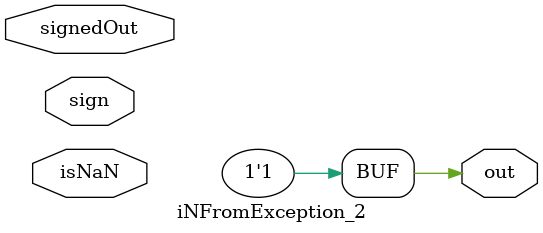
<source format=v>
module
    iNFromException_2#(parameter width = 1) (
        input signedOut,
        input isNaN,
        input sign,
        output [(width - 1):0] out
    );
    assign out = {1'b1, {(width - 1){!signedOut}}};
endmodule
</source>
